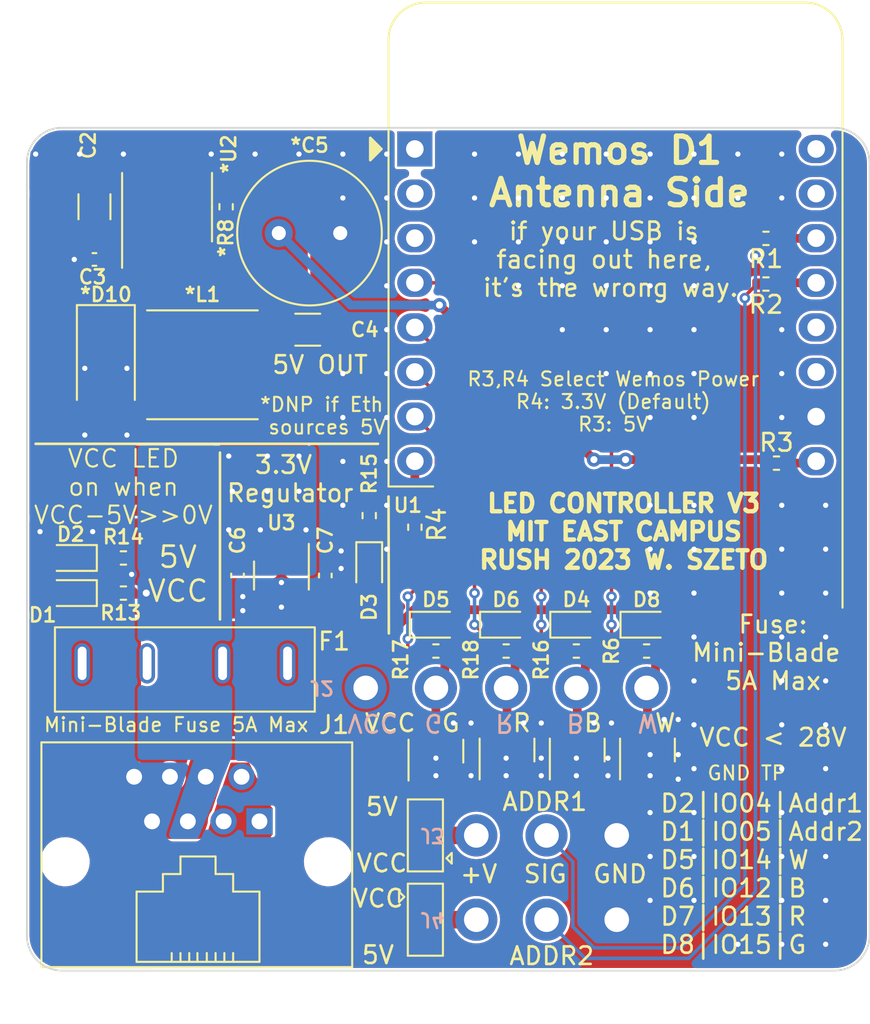
<source format=kicad_pcb>
(kicad_pcb (version 20211014) (generator pcbnew)
  (layers (0 "F.Cu" signal) (31 "B.Cu" signal) (34 "B.Paste" user) (35 "F.Paste" user) (36 "B.SilkS" user "B.Silkscreen") (37 "F.SilkS" user "F.Silkscreen") (38 "B.Mask" user) (39 "F.Mask" user) (44 "Edge.Cuts" user))
  (net 0 "")
  (net 1 "VCC")
  (net 2 "GND")
  (net 3 "+5V")
  (net 4 "+3V3")
  (net 8 "Net-(D8-Pad1)")
  (net 9 "/G_SIG")
  (net 10 "/G")
  (net 11 "/R_SIG")
  (net 12 "/R")
  (net 13 "/B_SIG")
  (net 14 "/B")
  (net 15 "Net-(D10-Pad1)")
  (net 17 "Net-(F1-Pad2)")
  (net 18 "/W")
  (net 19 "/ARGB1")
  (net 20 "/ARGB2")
  (net 21 "Net-(D1-Pad1)")
  (net 22 "Net-(D2-Pad1)")
  (net 23 "Net-(D3-Pad1)")
  (net 24 "Net-(J3-Pad1)")
  (net 25 "Net-(J4-Pad1)")
  (net 26 "/W_SIG")
  (net 27 "Net-(R8-Pad1)")
  (net 28 "Net-(D4-Pad1)")
  (net 29 "Net-(D5-Pad1)")
  (net 30 "Net-(D6-Pad1)")
  (net 34 "Net-(R2-Pad1)")
  (net 35 "Net-(R1-Pad1)")
  (net 37 "Net-(R3-Pad2)")
  (net 38 "Net-(U1-Pad8)")
  (footprint "LED_SMD:LED_0603_1608Metric" (layer "F.Cu") (at 142.8 111.8)
    (fp_text reference "D5")
    (fp_text value "LED_G")
  )
  (footprint "Package_TO_SOT_SMD:SOT-23" (layer "F.Cu") (at 154.85 118.9375 90)
    (fp_text reference "Q4" hide)
    (fp_text value "AO3400A")
  )
  (footprint "Resistor_SMD:R_0402_1005Metric" (layer "F.Cu") (at 161.6 92.4 180)
    (fp_text reference "R2")
    (fp_text value "220R")
  )
  (footprint "Resistor_SMD:R_0402_1005Metric" (layer "F.Cu") (at 139 105.5875 90)
    (fp_text reference "R15")
    (fp_text value "330R")
  )
  (footprint "LED_SMD:LED_0603_1608Metric" (layer "F.Cu") (at 139 108.5875 -90)
    (fp_text reference "D3")
    (fp_text value "LED_GREEN")
  )
  (footprint "WS_LCSC_Fuses:XF-506P" (layer "F.Cu") (at 128.5 114 180)
    (fp_text reference "F1")
    (fp_text value "Fuse")
  )
  (footprint "LED_SMD:LED_0603_1608Metric" (layer "F.Cu") (at 150.8 111.8)
    (fp_text reference "D4")
    (fp_text value "LED_B")
  )
  (footprint "Inductor_SMD:L_Taiyo-Yuden_NR-60xx" (layer "F.Cu") (at 129.5 97)
    (fp_text reference "*L1")
    (fp_text value "68uH/1A")
  )
  (footprint "Resistor_SMD:R_0402_1005Metric" (layer "F.Cu") (at 150.8 113.3)
    (fp_text reference "R16")
    (fp_text value "8.2k")
  )
  (footprint "Package_TO_SOT_SMD:SOT-23-5" (layer "F.Cu") (at 134 109 -90)
    (fp_text reference "U3")
    (fp_text value "XC6210B332MR")
  )
  (footprint "Jumper:SolderJumper-3_P1.3mm_Bridged2Bar12_Pad1.0x1.5mm" (layer "F.Cu") (at 142.2 128.6 -90)
    (fp_text reference "JP2" hide)
    (fp_text value "VoltageSelector")
  )
  (footprint "Package_TO_SOT_SMD:SOT-23" (layer "F.Cu") (at 146.85 118.9375 90)
    (fp_text reference "Q2" hide)
    (fp_text value "AO3400A")
  )
  (footprint "Capacitor_THT:C_Radial_D8.0mm_H7.0mm_P3.50mm" (layer "F.Cu") (at 133.85 89.5)
    (fp_text reference "*C5")
    (fp_text value "180uF/35V")
  )
  (footprint "Capacitor_SMD:C_0402_1005Metric" (layer "F.Cu") (at 123.35 91)
    (fp_text reference "C3")
    (fp_text value "100nF/50V")
  )
  (footprint "WS_LCSC_Connectors:RJ45_5501-88011111" (layer "F.Cu") (at 132.75 123 180)
    (fp_text reference "J1")
    (fp_text value "RJ45")
  )
  (footprint "Module:WEMOS_D1_mini_light" (layer "F.Cu") (at 141.6 84.71)
    (fp_text reference "U1")
    (fp_text value "WeMos_D1_mini")
  )
  (footprint "Capacitor_SMD:C_1206_3216Metric" (layer "F.Cu") (at 135.5 95 180)
    (fp_text reference "C4")
    (fp_text value "10uF/50V")
  )
  (footprint "Resistor_SMD:R_0402_1005Metric" (layer "F.Cu") (at 154.8 113.3)
    (fp_text reference "R6")
    (fp_text value "8.2k")
  )
  (footprint "LED_SMD:LED_0603_1608Metric" (layer "F.Cu") (at 146.8 111.8)
    (fp_text reference "D6")
    (fp_text value "LED_R")
  )
  (footprint "Package_TO_SOT_SMD:SOT-23" (layer "F.Cu") (at 142.8 119 90)
    (fp_text reference "Q3" hide)
    (fp_text value "AO3400A")
  )
  (footprint "LED_SMD:LED_0603_1608Metric" (layer "F.Cu") (at 154.8 111.8)
    (fp_text reference "D8")
    (fp_text value "LED_W")
  )
  (footprint "Resistor_SMD:R_0402_1005Metric" (layer "F.Cu") (at 130.85 88 90)
    (fp_text reference "*R8")
    (fp_text value "0R")
  )
  (footprint "Resistor_SMD:R_0402_1005Metric" (layer "F.Cu") (at 142.8 113.3)
    (fp_text reference "R17")
    (fp_text value "8.2k")
  )
  (footprint "Resistor_SMD:R_0402_1005Metric" (layer "F.Cu") (at 125 110)
    (fp_text reference "R13")
    (fp_text value "2K")
  )
  (footprint "Capacitor_SMD:C_0402_1005Metric" (layer "F.Cu") (at 136.5 109 90)
    (fp_text reference "C7")
    (fp_text value "10uF")
  )
  (footprint "Jumper:SolderJumper-3_P1.3mm_Bridged2Bar12_Pad1.0x1.5mm" (layer "F.Cu") (at 142.2 123.8 90)
    (fp_text reference "JP1" hide)
    (fp_text value "VoltageSelector")
  )
  (footprint "Diode_SMD:D_SMA" (layer "F.Cu") (at 124 97 -90)
    (fp_text reference "*D10")
    (fp_text value "SS210")
  )
  (footprint "Resistor_SMD:R_0402_1005Metric" (layer "F.Cu") (at 162.2 102.6)
    (fp_text reference "R3")
    (fp_text value "DNP")
  )
  (footprint "Package_SO:SOIC-8_3.9x4.9mm_P1.27mm" (layer "F.Cu") (at 127.485 88.025 90)
    (fp_text reference "*U2")
    (fp_text value "XL1509")
  )
  (footprint "Resistor_SMD:R_0402_1005Metric" (layer "F.Cu") (at 146.8 113.3)
    (fp_text reference "R18")
    (fp_text value "8.2k")
  )
  (footprint "Capacitor_SMD:C_0402_1005Metric" (layer "F.Cu") (at 131.5 109 -90)
    (fp_text reference "C6")
    (fp_text value "10uF")
  )
  (footprint "LED_SMD:LED_0603_1608Metric" (layer "F.Cu") (at 122 110 180)
    (fp_text reference "D1")
    (fp_text value "LED_WHITE")
  )
  (footprint "LED_SMD:LED_0603_1608Metric" (layer "F.Cu") (at 122 108 180)
    (fp_text reference "D2")
    (fp_text value "LED_RED")
  )
  (footprint "Resistor_SMD:R_0402_1005Metric" (layer "F.Cu") (at 141.6 106.25 90)
    (fp_text reference "R4")
    (fp_text value "0R")
  )
  (footprint "Package_TO_SOT_SMD:SOT-23" (layer "F.Cu") (at 150.85 118.9375 90)
    (fp_text reference "Q1" hide)
    (fp_text value "AO3400A")
  )
  (footprint "Capacitor_SMD:C_1206_3216Metric" (layer "F.Cu") (at 123.35 88 90)
    (fp_text reference "C2")
    (fp_text value "10uF/50V")
  )
  (footprint "Resistor_SMD:R_0402_1005Metric" (layer "F.Cu") (at 125 108)
    (fp_text reference "R14")
    (fp_text value "1K")
  )
  (footprint "Resistor_SMD:R_0402_1005Metric" (layer "F.Cu") (at 161.6 89.8 180)
    (fp_text reference "R1")
    (fp_text value "220R")
  )
  (footprint "WS_LCSC_Connectors:1x03_16AWG_Wire2Board" (layer "B.Cu") (at 149.1 128.6)
    (fp_text reference "J4")
    (fp_text value "Conn_01x03")
  )
  (footprint "WS_LCSC_Connectors:1x05_16AWG_Wire2Board" (layer "B.Cu") (at 146.8 115.4)
    (fp_text reference "J2")
    (fp_text value "GRBW")
  )
  (footprint "WS_LCSC_Connectors:1x03_16AWG_Wire2Board" (layer "B.Cu") (at 149.1 123.8)
    (fp_text reference "J3")
    (fp_text value "Conn_01x03")
  )
  (gr_line (start 120 101.5) (end 139.5 101.5) (layer "F.SilkS") (width 0.15))
  (gr_line (start 130.5 111.5) (end 130.5 102) (layer "F.SilkS") (width 0.15))
  (gr_line (start 140.1 104.5) (end 140.119958 112.295282) (layer "F.SilkS") (width 0.15))
  (gr_arc (start 165.5 83.5) (mid 166.914214 84.085786) (end 167.5 85.5) (layer "Edge.Cuts") (width 0.1))
  (gr_line (start 121.5 83.5) (end 165.5 83.5) (layer "Edge.Cuts") (width 0.1))
  (gr_arc (start 167.5 129.499999) (mid 166.914214 130.914213) (end 165.5 131.499999) (layer "Edge.Cuts") (width 0.1))
  (gr_arc (start 119.5 85.5) (mid 120.085786 84.085786) (end 121.5 83.5) (layer "Edge.Cuts") (width 0.1))
  (gr_line (start 165.5 131.499999) (end 121.5 131.499999) (layer "Edge.Cuts") (width 0.1))
  (gr_arc (start 121.5 131.499999) (mid 120.085786 130.914213) (end 119.5 129.499999) (layer "Edge.Cuts") (width 0.1))
  (gr_line (start 167.5 85.5) (end 167.5 129.499999) (layer "Edge.Cuts") (width 0.1))
  (gr_line (start 119.5 129.499999) (end 119.5 85.5) (layer "Edge.Cuts") (width 0.1))
  (gr_text "VCC  G    R    B    W" (at 146.6 117.4 180) (layer "B.SilkS") (effects (font (size 1 1)) (justify mirror)))
  (gr_text "VCC LED\non when\nVCC-5V>>0V" (at 125 103.95) (layer "F.SilkS") (effects (font (size 1 1) (thickness 0.12))))
  (gr_text "Mini-Blade Fuse 5A Max" (at 128 117.5) (layer "F.SilkS") (effects (font (size 0.8 0.8) (thickness 0.12))))
  (gr_text "*DNP if Eth \nsources 5V" (at 136.596397 99.907713) (layer "F.SilkS") (effects (font (size 0.8 0.8) (thickness 0.12))))
  (gr_text "5V\n\nVCC" (at 139.725 123.775) (layer "F.SilkS") (effects (font (size 1 1))))
  (gr_text "GND TP" (at 160.5 120.25) (layer "F.SilkS") (effects (font (size 0.8 0.8) (thickness 0.12))))
  (gr_text "R3,R4 Select Wemos Power\nR4: 3.3V (Default)\nR3: 5V" (at 152.9 99.1) (layer "F.SilkS") (effects (font (size 0.8 0.8) (thickness 0.12))))
  (gr_text "ADDR1\n" (at 148.999999 121.884336) (layer "F.SilkS") (effects (font (size 1 1))))
  (gr_text "\n5V\nVCC" (at 128.1 107.95) (layer "F.SilkS") (effects (font (size 1.2 1.2))))
  (gr_text "5V OUT" (at 136.2 97) (layer "F.SilkS") (effects (font (size 1 1))))
  (gr_text "Fuse:\nMini-Blade \n5A Max\n\nVCC < 28V" (at 162 115) (layer "F.SilkS") (effects (font (size 1 1))))
  (gr_text "D2|IO04|Addr1\nD1|IO05|Addr2\nD5|IO14|W\nD6|IO12|B\nD7|IO13|R\nD8|IO15|G" (at 155.5 126) (layer "F.SilkS") (effects (font (size 1 1)) (justify left)))
  (gr_text "LED CONTROLLER V3\nMIT EAST CAMPUS\nRUSH 2023 W. SZETO" (at 153.5 106.5) (layer "F.SilkS") (effects (font (size 1 1) (thickness 0.25))))
  (gr_text "Wemos D1\nAntenna Side" (at 153.25 86) (layer "F.SilkS") (effects (font (size 1.5 1.5) (thickness 0.3))))
  (gr_text "+V  SIG  GND" (at 149.5 126) (layer "F.SilkS") (effects (font (size 1 1))))
  (gr_text "3.3V \nRegulator" (at 134.5 103.5) (layer "F.SilkS") (effects (font (size 1 1))))
  (gr_text "VCC\n\n5V" (at 139.5 129) (layer "F.SilkS") (effects (font (size 1 1))))
  (gr_text "ADDR2" (at 149.396786 130.665) (layer "F.SilkS") (effects (font (size 1 1))))
  (gr_text "VCC  G    R    B    W" (at 147.6 117.4) (layer "F.SilkS") (effects (font (size 1 1))))
  (gr_text "if your USB is \nfacing out here, \nit's the wrong way." (at 152.75 91) (layer "F.SilkS") (effects (font (size 1 1))))
  (segment (start 151.54848 110.94848) (end 147.54848 110.94848) (width 0.5) (layer "F.Cu") (net 1))
  (segment (start 143.5875 111.0125) (end 143.65152 110.94848) (width 0.5) (layer "F.Cu") (net 1))
  (segment (start 143.65152 110.94848) (end 141.547182 110.94848) (width 0.5) (layer "F.Cu") (net 1))
  (segment (start 141.547182 110.94848) (end 138.8 113.695662) (width 0.5) (layer "F.Cu") (net 1))
  (segment (start 154.73598 110.94848) (end 151.54848 110.94848) (width 0.5) (layer "F.Cu") (net 1))
  (segment (start 138.8 113.695662) (end 138.8 115.4) (width 0.5) (layer "F.Cu") (net 1))
  (segment (start 155.5875 111.8) (end 154.73598 110.94848) (width 0.5) (layer "F.Cu") (net 1))
  (segment (start 143.5875 111.8) (end 143.5875 111.0125) (width 0.5) (layer "F.Cu") (net 1))
  (segment (start 147.54848 110.94848) (end 143.65152 110.94848) (width 0.5) (layer "F.Cu") (net 1))
  (segment (start 122.125 110.975) (end 127.182738 110.975) (width 0.5) (layer "F.Cu") (net 1))
  (segment (start 151.5875 111.8) (end 151.5875 110.9875) (width 0.5) (layer "F.Cu") (net 1))
  (segment (start 147.5875 110.9875) (end 147.54848 110.94848) (width 0.5) (layer "F.Cu") (net 1))
  (segment (start 151.5875 110.9875) (end 151.54848 110.94848) (width 0.5) (layer "F.Cu") (net 1))
  (segment (start 121.220238 110.070238) (end 122.125 110.975) (width 0.5) (layer "F.Cu") (net 1))
  (segment (start 147.5875 111.8) (end 147.5875 110.9875) (width 0.5) (layer "F.Cu") (net 1))
  (segment (start 122.87 91) (end 122.2 91) (width 0.5) (layer "F.Cu") (net 2))
  (segment (start 134 107.8625) (end 134 109.4) (width 0.5) (layer "F.Cu") (net 2))
  (via (at 147.8 117.4) (size 0.6) (drill 0.3) (layers "F.Cu" "B.Cu") (net 2))
  (via (at 155 97.5) (size 0.6) (drill 0.3) (layers "F.Cu" "B.Cu") (net 2))
  (via (at 125.468845 108.933846) (size 0.6) (drill 0.3) (layers "F.Cu" "B.Cu") (net 2))
  (via (at 137.5 85) (size 0.6) (drill 0.3) (layers "F.Cu" "B.Cu") (net 2))
  (via (at 148.8 119.4) (size 0.6) (drill 0.3) (layers "F.Cu" "B.Cu") (net 2))
  (via (at 152.6 119.4) (size 0.6) (drill 0.3) (layers "F.Cu" "B.Cu") (net 2))
  (via (at 155 125) (size 0.6) (drill 0.3) (layers "F.Cu" "B.Cu") (net 2))
  (via (at 157.5 105) (size 0.6) (drill 0.3) (layers "F.Cu" "B.Cu") (net 2))
  (via (at 122.8 97.2) (size 0.6) (drill 0.3) (layers "F.Cu" "B.Cu") (net 2))
  (via (at 155 107.5) (size 0.6) (drill 0.3) (layers "F.Cu" "B.Cu") (net 2))
  (via (at 157.5 110) (size 0.6) (drill 0.3) (layers "F.Cu" "B.Cu") (net 2))
  (via (at 146.8 120.4) (size 0.6) (drill 0.3) (layers "F.Cu" "B.Cu") (net 2))
  (via (at 152.5 87.5) (size 0.6) (drill 0.3) (layers "F.Cu" "B.Cu") (net 2))
  (via (at 162.5 115) (size 0.6) (drill 0.3) (layers "F.Cu" "B.Cu") (net 2))
  (via (at 156.6 119.2) (size 0.6) (drill 0.3) (layers "F.Cu" "B.Cu") (net 2))
  (via (at 162.5 97.5) (size 0.6) (drill 0.3) (layers "F.Cu" "B.Cu") (net 2))
  (via (at 144.8 117.4) (size 0.6) (drill 0.3) (layers "F.Cu" "B.Cu") (net 2))
  (via (at 123.25 106.5) (size 0.6) (drill 0.3) (layers "F.Cu" "B.Cu") (net 2))
  (via (at 162.5 112.5) (size 0.6) (drill 0.3) (layers "F.Cu" "B.Cu") (net 2))
  (via (at 157.5 122.5) (size 0.6) (drill 0.3) (layers "F.Cu" "B.Cu") (net 2))
  (via (at 143.8 117.4) (size 0.6) (drill 0.3) (layers "F.Cu" "B.Cu") (net 2))
  (via (at 155.8 117.2) (size 0.6) (drill 0.3) (layers "F.Cu" "B.Cu") (net 2))
  (via (at 137.4 108.6) (size 0.6) (drill 0.3) (layers "F.Cu" "B.Cu") (net 2))
  (via (at 162.5 117.5) (size 0.6) (drill 0.3) (layers "F.Cu" "B.Cu") (net 2))
  (via (at 155 90) (size 0.6) (drill 0.3) (layers "F.Cu" "B.Cu") (net 2))
  (via (at 162.5 85) (size 0.6) (drill 0.3) (layers "F.Cu" "B.Cu") (net 2))
  (via (at 140 107.5) (size 0.6) (drill 0.3) (layers "F.Cu" "B.Cu") (net 2))
  (via (at 162.5 105) (size 0.6) (drill 0.3) (layers "F.Cu" "B.Cu") (net 2))
  (via (at 156.6 117.2) (size 0.6) (drill 0.3) (layers "F.Cu" "B.Cu") (net 2))
  (via (at 152.5 85) (size 0.6) (drill 0.3) (layers "F.Cu" "B.Cu") (net 2))
  (via (at 165 115) (size 0.6) (drill 0.3) (layers "F.Cu" "B.Cu") (net 2))
  (via (at 165 105) (size 0.6) (drill 0.3) (layers "F.Cu" "B.Cu") (net 2))
  (via (at 165 107.5) (size 0.6) (drill 0.3) (layers "F.Cu" "B.Cu") (net 2))
  (via (at 162.5 125) (size 0.6) (drill 0.3) (layers "F.Cu" "B.Cu") (net 2))
  (via (at 122.5 85) (size 0.6) (drill 0.3) (layers "F.Cu" "B.Cu") (net 2))
  (via (at 145 85) (size 0.6) (drill 0.3) (layers "F.Cu" "B.Cu") (net 2))
  (via (at 162.5 130) (size 0.6) (drill 0.3) (layers "F.Cu" "B.Cu") (net 2))
  (via (at 139.999999 84.999999) (size 0.6) (drill 0.3) (layers "F.Cu" "B.Cu") (net 2))
  (via (at 145 87.5) (size 0.6) (drill 0.3) (layers "F.Cu" "B.Cu") (net 2))
  (via (at 155 127.5) (size 0.6) (drill 0.3) (layers "F.Cu" "B.Cu") (net 2))
  (via (at 152.8 117.4) (size 0.6) (drill 0.3) (layers "F.Cu" "B.Cu") (net 2))
  (via (at 152.5 90) (size 0.6) (drill 0.3) (layers "F.Cu" "B.Cu") (net 2))
  (via (at 157.5 87.5) (size 0.6) (drill 0.3) (layers "F.Cu" "B.Cu") (net 2))
  (via (at 162.5 95) (size 0.6) (drill 0.3) (layers "F.Cu" "B.Cu") (net 2))
  (via (at 137.4 107.6) (size 0.6) (drill 0.3) (layers "F.Cu" "B.Cu") (net 2))
  (via (at 155 105) (size 0.6) (drill 0.3) (layers "F.Cu" "B.Cu") (net 2))
  (via (at 155 122.5) (size 0.6) (drill 0.3) (layers "F.Cu" "B.Cu") (net 2))
  (via (at 157.5 107.5) (size 0.6) (drill 0.3) (layers "F.Cu" "B.Cu") (net 2))
  (via (at 155 100) (size 0.6) (drill 0.3) (layers "F.Cu" "B.Cu") (net 2))
  (via (at 142.8 119.4) (size 0.6) (drill 0.3) (layers "F.Cu" "B.Cu") (net 2))
  (via (at 130 85) (size 0.6) (drill 0.3) (layers "F.Cu" "B.Cu") (net 2))
  (via (at 137.5 87.5) (size 0.6) (drill 0.3) (layers "F.Cu" "B.Cu") (net 2))
  (via (at 165 125) (size 0.6) (drill 0.3) (layers "F.Cu" "B.Cu") (net 2))
  (via (at 137.5 105) (size 0.6) (drill 0.3) (layers "F.Cu" "B.Cu") (net 2))
  (via (at 131.8 110.2) (size 0.6) (drill 0.3) (layers "F.Cu" "B.Cu") (net 2))
  (via (at 125.2 97.2) (size 0.6) (drill 0.3) (layers "F.Cu" "B.Cu") (net 2))
  (via (at 147.5 85) (size 0.6) (drill 0.3) (layers "F.Cu" "B.Cu") (net 2))
  (via (at 155 119.2) (size 0.6) (drill 0.3) (layers "F.Cu" "B.Cu") (net 2))
  (via (at 160 130) (size 0.6) (drill 0.3) (layers "F.Cu" "B.Cu") (net 2))
  (via (at 162.5 107.5) (size 0.6) (drill 0.3) (layers "F.Cu" "B.Cu") (net 2))
  (via (at 162.5 87.5) (size 0.6) (drill 0.3) (layers "F.Cu" "B.Cu") (net 2))
  (via (at 162.5 110) (size 0.6) (drill 0.3) (layers "F.Cu" "B.Cu") (net 2))
  (via (at 157.5 117.5) (size 0.6) (drill 0.3) (layers "F.Cu" "B.Cu") (net 2))
  (via (at 152.5 95) (size 0.6) (drill 0.3) (layers "F.Cu" "B.Cu") (net 2))
  (via (at 160 87.5) (size 0.6) (drill 0.3) (layers "F.Cu" "B.Cu") (net 2))
  (via (at 162.5 100) (size 0.6) (drill 0.3) (layers "F.Cu" "B.Cu") (net 2))
  (via (at 134 109.4) (size 0.6) (drill 0.3) (layers "F.Cu" "B.Cu") (net 2))
  (via (at 165 112.5) (size 0.6) (drill 0.3) (layers "F.Cu" "B.Cu") (net 2))
  (via (at 142.8 120.4) (size 0.6) (drill 0.3) (layers "F.Cu" "B.Cu") (net 2))
  (via (at 146.8 119.4) (size 0.6) (drill 0.3) (layers "F.Cu" "B.Cu") (net 2))
  (via (at 140 90) (size 0.6) (drill 0.3) (layers "F.Cu" "B.Cu") (net 2))
  (via (at 162.5 122.5) (size 0.6) (drill 0.3) (layers "F.Cu" "B.Cu") (net 2))
  (via (at 147.5 92.5) (size 0.6) (drill 0.3) (layers "F.Cu" "B.Cu") (net 2))
  (via (at 165 130) (size 0.6) (drill 0.3) (layers "F.Cu" "B.Cu") (net 2))
  (via (at 140 100) (size 0.6) (drill 0.3) (layers "F.Cu" "B.Cu") (net 2))
  (via (at 120 85) (size 0.6) (drill 0.3) (layers "F.Cu" "B.Cu") (net 2))
  (via (at 162.5 127.5) (size 0.6) (drill 0.3) (layers "F.Cu" "B.Cu") (net 2))
  (via (at 157.5 112.5) (size 0.6) (drill 0.3) (layers "F.Cu" "B.Cu") (net 2))
  (via (at 132.5 85) (size 0.6) (drill 0.3) (layers "F.Cu" "B.Cu") (net 2))
  (via (at 165 117.5) (size 0.6) (drill 0.3) (layers "F.Cu" "B.Cu") (net 2))
  (via (at 152.5 92.5) (size 0.6) (drill 0.3) (layers "F.Cu" "B.Cu") (net 2))
  (via (at 160 85) (size 0.6) (drill 0.3) (layers "F.Cu" "B.Cu") (net 2))
  (via (at 140 97.5) (size 0.6) (drill 0.3) (layers "F.Cu" "B.Cu") (net 2))
  (via (at 135 85) (size 0.6) (drill 0.3) (layers "F.Cu" "B.Cu") (net 2))
  (via (at 148.8 117.4) (size 0.6) (drill 0.3) (layers "F.Cu" "B.Cu") (net 2))
  (via (at 144.8 120.4) (size 0.6) (drill 0.3) (layers "F.Cu" "B.Cu") (net 2))
  (via (at 157.5 125) (size 0.6) (drill 0.3) (layers "F.Cu" "B.Cu") (net 2))
  (via (at 150 92.5) (size 0.6) (drill 0.3) (layers "F.Cu" "B.Cu") (net 2))
  (via (at 125.2 101) (size 0.6) (drill 0.3) (layers "F.Cu" "B.Cu") (net 2))
  (via (at 155 87.5) (size 0.6) (drill 0.3) (layers "F.Cu" "B.Cu") (net 2))
  (via (at 155 85) (size 0.6) (drill 0.3) (layers "F.Cu" "B.Cu") (net 2))
  (via (at 150.8 120.4) (size 0.6) (drill 0.3) (layers "F.Cu" "B.Cu") (net 2))
  (via (at 156.6 120.6) (size 0.6) (drill 0.3) (layers "F.Cu" "B.Cu") (net 2))
  (via (at 157.5 115) (size 0.6) (drill 0.3) (layers "F.Cu" "B.Cu") (net 2))
  (via (at 140 95) (size 0.6) (drill 0.3) (layers "F.Cu" "B.Cu") (net 2))
  (via (at 157.5 95) (size 0.6) (drill 0.3) (layers "F.Cu" "B.Cu") (net 2))
  (via (at 152.6 120.4) (size 0.6) (drill 0.3) (layers "F.Cu" "B.Cu") (net 2))
  (via (at 140 105) (size 0.6) (drill 0.3) (layers "F.Cu" "B.Cu") (net 2))
  (via (at 120.25 106.5) (size 0.6) (drill 0.3) (layers "F.Cu" "B.Cu") (net 2))
  (via (at 150 87.5) (size 0.6) (drill 0.3) (layers "F.Cu" "B.Cu") (net 2))
  (via (at 155 95) (size 0.6) (drill 0.3) (layers "F.Cu" "B.Cu") (net 2))
  (via (at 145 90) (size 0.6) (drill 0.3) (layers "F.Cu" "B.Cu") (net 2))
  (via (at 157.5 97.5) (size 0.6) (drill 0.3) (layers "F.Cu" "B.Cu") (net 2))
  (via (at 150 90) (size 0.6) (drill 0.3) (layers "F.Cu" "B.Cu") (net 2))
  (via (at 140 87.5) (size 0.6) (drill 0.3) (layers "F.Cu" "B.Cu") (net 2))
  (via (at 140 102.5) (size 0.6) (drill 0.3) (layers "F.Cu" "B.Cu") (net 2))
  (via (at 137.5 100) (size 0.6) (drill 0.3) (layers "F.Cu" "B.Cu") (net 2))
  (via (at 137.5 97.5) (size 0.6) (drill 0.3) (layers "F.Cu" "B.Cu") (net 2))
  (via (at 155 110) (size 0.6) (drill 0.3) (layers "F.Cu" "B.Cu") (net 2))
  (via (at 131.8 111) (size 0.6) (drill 0.3) (layers "F.Cu" "B.Cu") (net 2))
  (via (at 165 122.5) (size 0.6) (drill 0.3) (layers "F.Cu" "B.Cu") (net 2))
  (via (at 125 85) (size 0.6) (drill 0.3) (layers "F.Cu" "B.Cu") (net 2))
  (via (at 157.5 90) (size 0.6) (drill 0.3) (layers "F.Cu" "B.Cu") (net 2))
  (via (at 122.2 91) (size 0.6) (drill 0.3) (layers "F.Cu" "B.Cu") (net 2))
  (via (at 122.8 101) (size 0.6) (drill 0.3) (layers "F.Cu" "B.Cu") (net 2))
  (via (at 157.5 85) (size 0.6) (drill 0.3) (layers "F.Cu" "B.Cu") (net 2))
  (via (at 150.8 119.4) (size 0.6) (drill 0.3) (layers "F.Cu" "B.Cu") (net 2))
  (via (at 148.8 120.4) (size 0.6) (drill 0.3) (layers "F.Cu" "B.Cu") (net 2))
  (via (at 147.5 90) (size 0.6) (drill 0.3) (layers "F.Cu" "B.Cu") (net 2))
  (via (at 165 127.5) (size 0.6) (drill 0.3) (layers "F.Cu" "B.Cu") (net 2))
  (via (at 165 120) (size 0.6) (drill 0.3) (layers "F.Cu" "B.Cu") (net 2))
  (via (at 147.5 87.5) (size 0.6) (drill 0.3) (layers "F.Cu" "B.Cu") (net 2))
  (via (at 140 92.5) (size 0.6) (drill 0.3) (layers "F.Cu" "B.Cu") (net 2))
  (via (at 157.5 92.5) (size 0.6) (drill 0.3) (layers "F.Cu" "B.Cu") (net 2))
  (via (at 151.8 117.4) (size 0.6) (drill 0.3) (layers "F.Cu" "B.Cu") (net 2))
  (via (at 157.5 127.5) (size 0.6) (drill 0.3) (layers "F.Cu" "B.Cu") (net 2))
  (via (at 157.5 120) (size 0.6) (drill 0.3) (layers "F.Cu" "B.Cu") (net 2))
  (via (at 150 85) (size 0.6) (drill 0.3) (layers "F.Cu" "B.Cu") (net 2))
  (via (at 157.5 100) (size 0.6) (drill 0.3) (layers "F.Cu" "B.Cu") (net 2))
  (via (at 155 120.4) (size 0.6) (drill 0.3) (layers "F.Cu" "B.Cu") (net 2))
  (via (at 152.5 97.5) (size 0.6) (drill 0.3) (layers "F.Cu" "B.Cu") (net 2))
  (via (at 137.5 102.5) (size 0.6) (drill 0.3) (layers "F.Cu" "B.Cu") (net 2))
  (via (at 155 92.5) (size 0.6) (drill 0.3) (layers "F.Cu" "B.Cu") (net 2))
  (via (at 134 110.8) (size 0.6) (drill 0.3) (layers "F.Cu" "B.Cu") (net 2))
  (via (at 150 95) (size 0.6) (drill 0.3) (layers "F.Cu" "B.Cu") (net 2))
  (via (at 162.5 120) (size 0.6) (drill 0.3) (layers "F.Cu" "B.Cu") (net 2))
  (via (at 165 110) (size 0.6) (drill 0.3) (layers "F.Cu" "B.Cu") (net 2))
  (segment (start 125.517738 110.070238) (end 126.077976 110.070238) (width 0.5) (layer "F.Cu") (net 3))
  (segment (start 121.93902 108.72652) (end 124.23652 108.72652) (width 0.25) (layer "F.Cu") (net 3))
  (segment (start 161.49 102.4) (end 161.69 102.6) (width 0.5) (layer "F.Cu") (net 3))
  (segment (start 153.6 102.4) (end 161.49 102.4) (width 0.5) (layer "F.Cu") (net 3))
  (segment (start 121.2125 108) (end 121.93902 108.72652) (width 0.25) (layer "F.Cu") (net 3))
  (segment (start 143 93.6) (end 151.8 102.4) (width 0.5) (layer "F.Cu") (net 3))
  (segment (start 124.23652 108.72652) (end 125.51 110) (width 0.25) (layer "F.Cu") (net 3))
  (via (at 132.8 106.4) (size 0.6) (drill 0.3) (layers "F.Cu" "B.Cu") (net 3))
  (via (at 133.2 102.2) (size 0.6) (drill 0.3) (layers "F.Cu" "B.Cu") (net 3))
  (via (at 131.2 104.2) (size 0.6) (drill 0.3) (layers "F.Cu" "B.Cu") (net 3))
  (via (at 135 102.2) (size 0.6) (drill 0.3) (layers "F.Cu" "B.Cu") (net 3))
  (via (at 131 106.4) (size 0.6) (drill 0.3) (layers "F.Cu" "B.Cu") (net 3))
  (via (at 151.8 102.4) (size 0.8) (drill 0.4) (layers "F.Cu" "B.Cu") (net 3))
  (via (at 126.3 110) (size 0.8) (drill 0.4) (layers "F.Cu" "B.Cu") (net 3))
  (via (at 153.6 102.4) (size 0.8) (drill 0.4) (layers "F.Cu" "B.Cu") (net 3))
  (via (at 131 102.2) (size 0.6) (drill 0.3) (layers "F.Cu" "B.Cu") (net 3))
  (via (at 143 93.6) (size 0.8) (drill 0.4) (layers "F.Cu" "B.Cu") (net 3))
  (via (at 133.2 104.2) (size 0.6) (drill 0.3) (layers "F.Cu" "B.Cu") (net 3))
  (via (at 135.4 106.4) (size 0.6) (drill 0.3) (layers "F.Cu" "B.Cu") (net 3))
  (via (at 135 104.2) (size 0.6) (drill 0.3) (layers "F.Cu" "B.Cu") (net 3))
  (segment (start 137.95 93.6) (end 143 93.6) (width 0.5) (layer "B.Cu") (net 3))
  (segment (start 133.85 89.5) (end 137.95 93.6) (width 0.5) (layer "B.Cu") (net 3))
  (segment (start 151.8 102.4) (end 153.6 102.4) (width 0.5) (layer "B.Cu") (net 3))
  (segment (start 134.95 110.1375) (end 135.8425 110.1375) (width 0.5) (layer "F.Cu") (net 4))
  (segment (start 136.5 109.48) (end 139.72 109.48) (width 0.5) (layer "F.Cu") (net 4))
  (segment (start 135.8425 110.1375) (end 136.5 109.48) (width 0.5) (layer "F.Cu") (net 4))
  (segment (start 139.72 109.48) (end 141.6 107.6) (width 0.5) (layer "F.Cu") (net 4))
  (segment (start 141.6 107.6) (end 141.6 106.76) (width 0.5) (layer "F.Cu") (net 4))
  (segment (start 154.29 113.3) (end 154.29 112.0775) (width 0.5) (layer "F.Cu") (net 8))
  (segment (start 154.29 112.0775) (end 154.0125 111.8) (width 0.5) (layer "F.Cu") (net 8))
  (segment (start 141.2 110.2) (end 142.82652 108.57348) (width 0.2) (layer "F.Cu") (net 9))
  (segment (start 142.82652 108.57348) (end 142.82652 101.17652) (width 0.2) (layer "F.Cu") (net 9))
  (segment (start 142.82652 101.17652) (end 141.6 99.95) (width 0.2) (layer "F.Cu") (net 9))
  (segment (start 141.2 119.2875) (end 141.2 112.6) (width 0.2) (layer "F.Cu") (net 9))
  (segment (start 141.85 119.9375) (end 141.2 119.2875) (width 0.2) (layer "F.Cu") (net 9))
  (via (at 141.2 110.2) (size 0.6) (drill 0.3) (layers "F.Cu" "B.Cu") (net 9))
  (via (at 141.2 112.6) (size 0.6) (drill 0.3) (layers "F.Cu" "B.Cu") (net 9))
  (segment (start 141.2 112.6) (end 141.2 110.2) (width 0.2) (layer "B.Cu") (net 9))
  (segment (start 143.31 114.89) (end 142.8 115.4) (width 0.5) (layer "F.Cu") (net 10))
  (segment (start 143.31 113.3) (end 143.31 114.89) (width 0.5) (layer "F.Cu") (net 10))
  (segment (start 142.8 118.0625) (end 142.8 115.4) (width 0.5) (layer "F.Cu") (net 10))
  (segment (start 145 100.81) (end 145 110) (width 0.2) (layer "F.Cu") (net 11))
  (segment (start 141.6 97.41) (end 145 100.81) (width 0.2) (layer "F.Cu") (net 11))
  (segment (start 145.34848 112.14848) (end 145 111.8) (width 0.2) (layer "F.Cu") (net 11))
  (segment (start 145.9 119.875) (end 145.34848 119.32348) (width 0.2) (layer "F.Cu") (net 11))
  (segment (start 145.34848 119.32348) (end 145.34848 112.14848) (width 0.2) (layer "F.Cu") (net 11))
  (via (at 145 110) (size 0.6) (drill 0.3) (layers "F.Cu" "B.Cu") (net 11))
  (via (at 145 111.8) (size 0.6) (drill 0.3) (layers "F.Cu" "B.Cu") (net 11))
  (segment (start 145 111.8) (end 145 110) (width 0.2) (layer "B.Cu") (net 11))
  (segment (start 147.31 113.3) (end 147.31 114.89) (width 0.5) (layer "F.Cu") (net 12))
  (segment (start 147.31 114.89) (end 146.8 115.4) (width 0.5) (layer "F.Cu") (net 12))
  (segment (start 146.85 115.45) (end 146.8 115.4) (width 0.5) (layer "F.Cu") (net 12))
  (segment (start 146.85 118) (end 146.85 115.45) (width 0.5) (layer "F.Cu") (net 12))
  (segment (start 148.8 111.8) (end 148.8 116) (width 0.2) (layer "F.Cu") (net 13))
  (segment (start 149.9 117.1) (end 149.9 119.875) (width 0.2) (layer "F.Cu") (net 13))
  (segment (start 148.8 102.07) (end 148.8 110.2) (width 0.2) (layer "F.Cu") (net 13))
  (segment (start 141.6 94.87) (end 148.8 102.07) (width 0.2) (layer "F.Cu") (net 13))
  (segment (start 148.8 116) (end 149.9 117.1) (width 0.2) (layer "F.Cu") (net 13))
  (via (at 148.8 110.2) (size 0.6) (drill 0.3) (layers "F.Cu" "B.Cu") (net 13))
  (via (at 148.8 111.8) (size 0.6) (drill 0.3) (layers "F.Cu" "B.Cu") (net 13))
  (segment (start 148.8 110.2) (end 148.8 111.8) (width 0.2) (layer "B.Cu") (net 13))
  (segment (start 150.85 115.45) (end 150.8 115.4) (width 0.5) (layer "F.Cu") (net 14))
  (segment (start 151.31 113.3) (end 151.31 114.89) (width 0.5) (layer "F.Cu") (net 14))
  (segment (start 151.31 114.89) (end 150.8 115.4) (width 0.5) (layer "F.Cu") (net 14))
  (segment (start 150.85 118) (end 150.85 115.45) (width 0.5) (layer "F.Cu") (net 14))
  (segment (start 154.85 118) (end 154.85 115.45) (width 0.5) (layer "F.Cu") (net 18))
  (segment (start 154.85 115.45) (end 154.8 115.4) (width 0.5) (layer "F.Cu") (net 18))
  (segment (start 155.31 114.89) (end 154.8 115.4) (width 0.5) (layer "F.Cu") (net 18))
  (segment (start 155.31 113.3) (end 155.31 114.89) (width 0.5) (layer "F.Cu") (net 18))
  (segment (start 160.4 93.2) (end 160.4 93.09) (width 0.2) (layer "F.Cu") (net 19))
  (segment (start 160.4 93.09) (end 161.09 92.4) (width 0.2) (layer "F.Cu") (net 19))
  (via (at 160.4 93.2) (size 0.6) (drill 0.3) (layers "F.Cu" "B.Cu") (net 19))
  (segment (start 160.4 126.558696) (end 160.4 93.2) (width 0.2) (layer "B.Cu") (net 19))
  (segment (start 156.758696 130.2) (end 160.4 126.558696) (width 0.2) (layer "B.Cu") (net 19))
  (segment (start 150.6 129) (end 151.8 130.2) (width 0.2) (layer "B.Cu") (net 19))
  (segment (start 151.8 130.2) (end 156.758696 130.2) (width 0.2) (layer "B.Cu") (net 19))
  (segment (start 150.6 125.3) (end 150.6 129) (width 0.2) (layer "B.Cu") (net 19))
  (segment (start 149.1 123.8) (end 150.6 125.3) (width 0.2) (layer "B.Cu") (net 19))
  (segment (start 161 89.89) (end 161.09 89.8) (width 0.2) (layer "F.Cu") (net 20))
  (segment (start 161 90.8) (end 161 89.89) (width 0.2) (layer "F.Cu") (net 20))
  (via (at 161 90.8) (size 0.6) (drill 0.3) (layers "F.Cu" "B.Cu") (net 20))
  (segment (start 157.2 130.8) (end 161 127) (width 0.2) (layer "B.Cu") (net 20))
  (segment (start 151.3 130.8) (end 157.2 130.8) (width 0.2) (layer "B.Cu") (net 20))
  (segment (start 149.1 128.6) (end 151.3 130.8) (width 0.2) (layer "B.Cu") (net 20))
  (segment (start 161 127) (end 161 90.8) (width 0.2) (layer "B.Cu") (net 20))
  (segment (start 122.795238 110.070238) (end 124.497738 110.070238) (width 0.5) (layer "F.Cu") (net 21))
  (segment (start 124.497738 108.070238) (end 122.795238 108.070238) (width 0.5) (layer "F.Cu") (net 22))
  (segment (start 139 107.8) (end 139 106.0975) (width 0.2) (layer "F.Cu") (net 23))
  (segment (start 142.2 123.8) (end 145.1 123.8) (width 1) (layer "F.Cu") (net 24))
  (segment (start 142.2 128.6) (end 145.1 128.6) (width 1) (layer "F.Cu") (net 25))
  (segment (start 144.83 92.33) (end 141.6 92.33) (width 0.2) (layer "F.Cu") (net 26))
  (segment (start 152.8 116) (end 152.8 111.8) (width 0.2) (layer "F.Cu") (net 26))
  (segment (start 152.8 100.3) (end 144.83 92.33) (width 0.2) (layer "F.Cu") (net 26))
  (segment (start 152.8 110.2) (end 152.8 100.3) (width 0.2) (layer "F.Cu") (net 26))
  (segment (start 153.9 117.1) (end 153.2 116.4) (width 0.2) (layer "F.Cu") (net 26))
  (segment (start 153.9 119.875) (end 153.9 117.1) (width 0.2) (layer "F.Cu") (net 26))
  (segment (start 153.2 116.4) (end 152.8 116) (width 0.2) (layer "F.Cu") (net 26))
  (via (at 152.8 111.8) (size 0.6) (drill 0.3) (layers "F.Cu" "B.Cu") (net 26))
  (via (at 152.8 110.2) (size 0.6) (drill 0.3) (layers "F.Cu" "B.Cu") (net 26))
  (segment (start 152.8 111.8) (end 152.8 110.2) (width 0.2) (layer "B.Cu") (net 26))
  (segment (start 129.39 90.5) (end 129.39 89.97) (width 0.5) (layer "F.Cu") (net 27))
  (segment (start 129.39 89.97) (end 130.85 88.51) (width 0.5) (layer "F.Cu") (net 27))
  (segment (start 150.29 112.0775) (end 150.0125 111.8) (width 0.5) (layer "F.Cu") (net 28))
  (segment (start 150.29 113.3) (end 150.29 112.0775) (width 0.5) (layer "F.Cu") (net 28))
  (segment (start 142.29 113.3) (end 142.29 112.0775) (width 0.5) (layer "F.Cu") (net 29))
  (segment (start 142.29 112.0775) (end 142.0125 111.8) (width 0.5) (layer "F.Cu") (net 29))
  (segment (start 146.29 113.3) (end 146.29 112.0775) (width 0.5) (layer "F.Cu") (net 30))
  (segment (start 146.29 112.0775) (end 146.0125 111.8) (width 0.5) (layer "F.Cu") (net 30))
  (segment (start 162.18 92.33) (end 162.11 92.4) (width 0.5) (layer "F.Cu") (net 34))
  (segment (start 164.46 92.33) (end 162.18 92.33) (width 0.5) (layer "F.Cu") (net 34))
  (segment (start 162.11 89.8) (end 164.45 89.8) (width 0.5) (layer "F.Cu") (net 35))
  (segment (start 164.45 89.8) (end 164.46 89.79) (width 0.5) (layer "F.Cu") (net 35))
  (segment (start 162.71 102.6) (end 164.35 102.6) (width 0.5) (layer "F.Cu") (net 37))
  (segment (start 164.35 102.6) (end 164.46 102.49) (width 0.5) (layer "F.Cu") (net 37))
  (segment (start 141.6 102.49) (end 141.6 105.64) (width 0.5) (layer "F.Cu") (net 38))
  (zone (net 0) (net_name "") (layer "F.Cu") (connect_pads yes (clearance 0)) (min_thickness 0.15)
    (keepout (tracks not_allowed) (vias not_allowed) (pads not_allowed) (copperpour not_allowed) (footprints allowed))
    (fill (thermal_gap 0.508) (thermal_bridge_width 0.508))
    (polygon (pts (xy 127.75 88.75) (xy 126 88.75) (xy 126 87.25) (xy 127.75 87.25)))
  )
  (zone (net 3) (net_name "+5V") (layer "F.Cu") (priority 2) (connect_pads yes (clearance 0.15)) (min_thickness 0.15) (fill yes (thermal_gap 0.508) (thermal_bridge_width 0.508))
    (polygon (pts (xy 135.5 109) (xy 130.5 109) (xy 130.5 100.8) (xy 129 100.8) (xy 129 93.5) (xy 127.8 93.5) (xy 127.8 87.5) (xy 135.5 87.5)))
  )
  (zone (net 2) (net_name "GND") (layers F&B.Cu) (connect_pads yes (clearance 0.15)) (min_thickness 0.5) (fill yes (thermal_gap 0.508) (thermal_bridge_width 0.508))
    (polygon (pts (xy 167.4 131.4) (xy 119.5 131.4) (xy 119.50021 83.6) (xy 167.40021 83.5)))
  )
  (zone (net 3) (net_name "+5V") (layer "F.Cu") (priority 3) (connect_pads yes (clearance 0.15)) (min_thickness 0.5) (fill yes (thermal_gap 0.508) (thermal_bridge_width 0.508))
    (polygon (pts (xy 147.4 131.2) (xy 133.5 131.25) (xy 133.5 122) (xy 132.25 119.5) (xy 131 119.5) (xy 129.5 124) (xy 127.25 124) (xy 129.25 118.25) (xy 135.5 118.25) (xy 135.5 121) (xy 147.4 121)))
  )
  (zone (net 17) (net_name "Net-(F1-Pad2)") (layer "F.Cu") (priority 2) (connect_pads yes (clearance 0.15)) (min_thickness 0.15) (fill yes (thermal_gap 0.508) (thermal_bridge_width 0.508))
    (polygon (pts (xy 126 119.25) (xy 133.5 119.25) (xy 133.499176 131.3) (xy 119.5 131.4) (xy 119.5 111.45) (xy 126 111.45)))
  )
  (zone (net 15) (net_name "Net-(D10-Pad1)") (layer "F.Cu") (priority 1) (connect_pads yes (clearance 0.5)) (min_thickness 0.15) (fill yes (thermal_gap 0.508) (thermal_bridge_width 0.508))
    (polygon (pts (xy 127.485 93.8) (xy 128.7 93.8) (xy 128.7 100.9) (xy 126 100.9) (xy 126 96.4) (xy 122.5 96.4) (xy 122.5 92.6) (xy 126 92.6) (xy 126 89.35) (xy 127.485 89.35)))
  )
  (zone (net 1) (net_name "VCC") (layer "F.Cu") (priority 5) (connect_pads yes (clearance 0.15)) (min_thickness 0.15) (fill yes (thermal_gap 0.508) (thermal_bridge_width 0.508))
    (polygon (pts (xy 126 92.6) (xy 122.4 92.6) (xy 122.4 101.6) (xy 130.2 101.6) (xy 130.2 111.6) (xy 140.2 111.6) (xy 140.2 124.6) (xy 143 124.6) (xy 143 127.8) (xy 135.6 127.8) (xy 135.6 118.15) (xy 126.6 118.15) (xy 126.6 105.6) (xy 119.4 105.6) (xy 119.4 87.4) (xy 126 87.4)))
  )
  (zone (net 3) (net_name "+5V") (layer "B.Cu") (priority 1) (connect_pads yes (clearance 0.15)) (min_thickness 0.5) (fill yes (thermal_gap 0.508) (thermal_bridge_width 0.508))
    (polygon (pts (xy 136 109) (xy 131.2 109) (xy 131.2 119.25) (xy 129.25 124) (xy 127.5 124) (xy 129 119.5) (xy 125.8 119.5) (xy 125.8 101.6) (xy 136 101.6)))
  )
)
</source>
